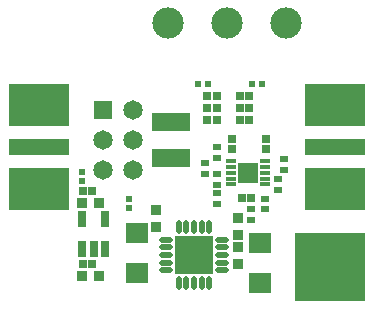
<source format=gts>
G04*
G04 #@! TF.GenerationSoftware,Altium Limited,Altium Designer,20.0.13 (296)*
G04*
G04 Layer_Color=8388736*
%FSLAX25Y25*%
%MOIN*%
G70*
G01*
G75*
%ADD33R,0.23600X0.22800*%
%ADD34R,0.12591X0.05991*%
%ADD35R,0.20276X0.14370*%
%ADD36R,0.20276X0.05591*%
%ADD37R,0.02362X0.02362*%
%ADD38R,0.02638X0.02795*%
%ADD39R,0.02795X0.02638*%
%ADD40R,0.03347X0.01575*%
%ADD41R,0.07087X0.07087*%
%ADD42R,0.02756X0.02362*%
%ADD43R,0.03740X0.03543*%
%ADD44R,0.07591X0.06991*%
%ADD45R,0.02362X0.02362*%
%ADD46R,0.12992X0.12992*%
%ADD47O,0.04528X0.01968*%
%ADD48O,0.01968X0.04528*%
%ADD49R,0.03543X0.03740*%
%ADD50R,0.03091X0.05591*%
%ADD51R,0.06496X0.06496*%
%ADD52C,0.06496*%
%ADD53C,0.10433*%
D33*
X390700Y239900D02*
D03*
D34*
X337851Y288532D02*
D03*
Y276532D02*
D03*
D35*
X293942Y266000D02*
D03*
Y294000D02*
D03*
X392500D02*
D03*
Y266000D02*
D03*
D36*
X293942Y280000D02*
D03*
X392500D02*
D03*
D37*
X350000Y301000D02*
D03*
X346850D02*
D03*
X364925D02*
D03*
X368075D02*
D03*
D38*
X363971Y296925D02*
D03*
X360900D02*
D03*
X363971Y292925D02*
D03*
X360900D02*
D03*
X363971Y288900D02*
D03*
X360900D02*
D03*
X353035Y297000D02*
D03*
X349965D02*
D03*
X353035Y293000D02*
D03*
X349965D02*
D03*
X353000Y289000D02*
D03*
X349929D02*
D03*
X364571Y263000D02*
D03*
X361500D02*
D03*
X311594Y265489D02*
D03*
X308523D02*
D03*
X311594Y240988D02*
D03*
X308523D02*
D03*
D39*
X369500Y282571D02*
D03*
Y279500D02*
D03*
X358000Y282571D02*
D03*
Y279500D02*
D03*
D40*
X357890Y271500D02*
D03*
Y273468D02*
D03*
Y275437D02*
D03*
X369110D02*
D03*
Y273468D02*
D03*
Y271500D02*
D03*
Y269531D02*
D03*
Y267563D02*
D03*
X357890Y269531D02*
D03*
Y267563D02*
D03*
D41*
X363500Y271500D02*
D03*
D42*
X353000Y276500D02*
D03*
Y280043D02*
D03*
Y267500D02*
D03*
Y271043D02*
D03*
X349300Y271128D02*
D03*
Y274672D02*
D03*
X353000Y261000D02*
D03*
Y264543D02*
D03*
X375400Y272428D02*
D03*
Y275972D02*
D03*
X373500Y265728D02*
D03*
Y269272D02*
D03*
X369000Y259228D02*
D03*
Y262772D02*
D03*
X364500Y259272D02*
D03*
Y255728D02*
D03*
D43*
X360000Y250646D02*
D03*
Y256354D02*
D03*
Y246854D02*
D03*
Y241146D02*
D03*
X332700Y253246D02*
D03*
Y258954D02*
D03*
D44*
X367500Y248000D02*
D03*
Y234600D02*
D03*
X326400Y251400D02*
D03*
Y238000D02*
D03*
D45*
X323900Y262775D02*
D03*
Y259625D02*
D03*
X308300Y271850D02*
D03*
Y268700D02*
D03*
D46*
X345500Y244000D02*
D03*
D47*
X336051Y249118D02*
D03*
Y246559D02*
D03*
Y244000D02*
D03*
Y241441D02*
D03*
Y238882D02*
D03*
X354949D02*
D03*
Y241441D02*
D03*
Y244000D02*
D03*
Y246559D02*
D03*
Y249118D02*
D03*
D48*
X340382Y234551D02*
D03*
X342941D02*
D03*
X345500D02*
D03*
X348059D02*
D03*
X350618D02*
D03*
Y253449D02*
D03*
X348059D02*
D03*
X345500D02*
D03*
X342941D02*
D03*
X340382D02*
D03*
D49*
X308204Y261288D02*
D03*
X313912D02*
D03*
X308058Y236988D02*
D03*
X313767D02*
D03*
D50*
X312108Y245988D02*
D03*
X308308D02*
D03*
X315808Y255989D02*
D03*
Y245988D02*
D03*
X308308Y255989D02*
D03*
D51*
X315000Y292400D02*
D03*
D52*
X325000D02*
D03*
X315000Y282400D02*
D03*
X325000D02*
D03*
X315000Y272400D02*
D03*
X325000D02*
D03*
D53*
X336815Y321500D02*
D03*
X356500D02*
D03*
X376185D02*
D03*
M02*

</source>
